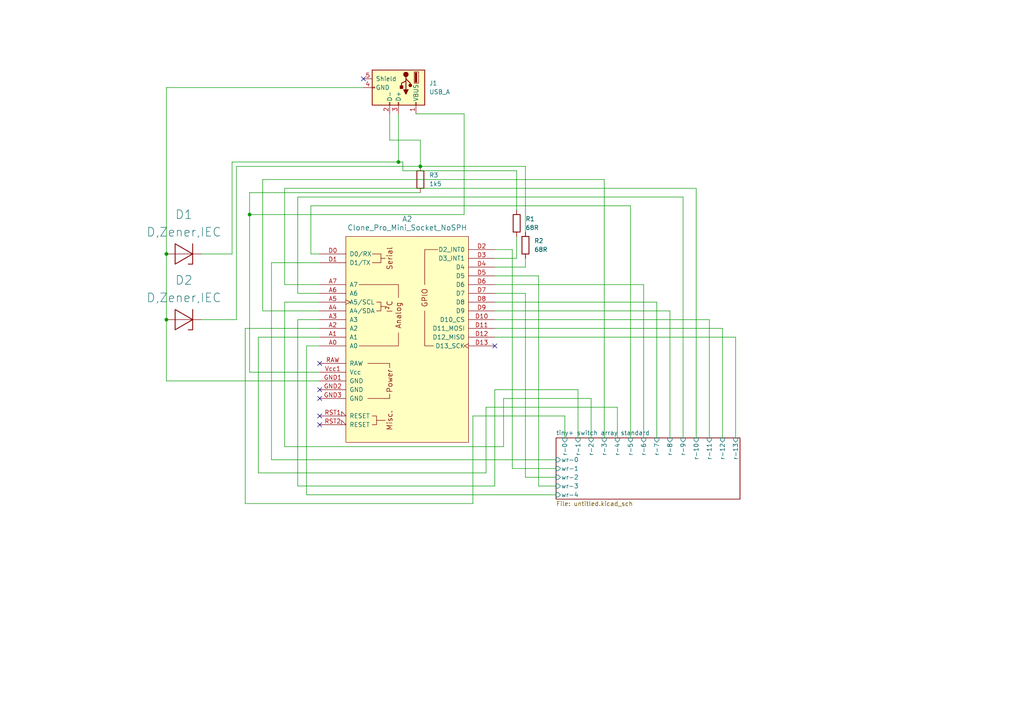
<source format=kicad_sch>
(kicad_sch (version 20250114) (generator "eeschema") (generator_version "9.0")
  (paper "A4")
  (lib_symbols
    (symbol "Connector:USB_A" (pin_names (offset 1.016))
      (property "Reference" "J" (at -5.08 11.43 0))
      (property "Value" "USB_A" (at -5.08 8.89 0))
      (symbol "USB_A_0_1"
        (rectangle (start -5.08 -7.62) (end 5.08 7.62) (stroke (width 0.254)) (fill (type background)))
        (circle (center -3.81 2.159) (radius 0.635) (stroke (width 0.254)) (fill (type outline)))
        (polyline (pts (xy -3.175 2.159) (xy -2.54 2.159) (xy -1.27 3.429) (xy -0.635 3.429)) (stroke (width 0.254)))
        (polyline (pts (xy -2.54 2.159) (xy -1.905 2.159) (xy -1.27 0.889) (xy 0 0.889)) (stroke (width 0.254)))
        (rectangle (start -1.524 4.826) (end -4.318 5.334) (fill (type outline)))
        (rectangle (start -1.27 4.572) (end -4.572 5.842))
        (circle (center -0.635 3.429) (radius 0.381) (stroke (width 0.254)) (fill (type outline)))
        (rectangle (start -0.127 -7.62) (end 0.127 -6.858))
        (rectangle (start 0.254 1.27) (end -0.508 0.508) (stroke (width 0.254)) (fill (type outline)))
        (polyline (pts (xy 0.635 2.794) (xy 0.635 1.524) (xy 1.905 2.159) (xy 0.635 2.794)) (stroke (width 0.254)) (fill (type outline)))
        (rectangle (start 5.08 4.953) (end 4.318 5.207))
        (rectangle (start 5.08 -0.127) (end 4.318 0.127))
        (rectangle (start 5.08 -2.667) (end 4.318 -2.413))
      )
      (symbol "USB_A_1_1"
        (polyline (pts (xy -1.905 2.159) (xy 0.635 2.159)) (stroke (width 0.254)))
        (pin passive line (at -2.54 -10.16 90) (length 2.54) (name "Shield") (number "5"))
        (pin power_in line (at 0 -10.16 90) (length 2.54) (name "GND") (number "4"))
        (pin power_in line (at 7.62 5.08 180) (length 2.54) (name "VBUS") (number "1"))
        (pin bidirectional line (at 7.62 0 180) (length 2.54) (name "D+") (number "3"))
        (pin bidirectional line (at 7.62 -2.54 180) (length 2.54) (name "D-") (number "2"))
      )
    )
    (symbol "Device:R" (pin_numbers (hide yes)) (pin_names (offset 0))
      (property "Reference" "R" (at 2.032 0 90))
      (property "Value" "R" (at 0 0 90))
      (symbol "R_0_1"
        (rectangle (start -1.016 -2.54) (end 1.016 2.54) (stroke (width 0.254)))
      )
      (symbol "R_1_1"
        (pin passive line (at 0 3.81 270) (length 1.27) (name "~") (number "1"))
        (pin passive line (at 0 -3.81 90) (length 1.27) (name "~") (number "2"))
      )
    )
    (symbol "PCM_Generic:D,Zener,IEC" (pin_numbers (hide yes)) (pin_names (offset 0) (hide yes))
      (property "Reference" "D" (at 3.81 2.54 0))
      (property "Value" "${SIM.PARAMS}" (at 3.81 -2.54 0))
      (property "Sim.Params" "D,Zener,IEC" (at 3.81 -2.54 0))
      (symbol "D,Zener,IEC_1_1"
        (polyline (pts (xy -2.9464 -1.27) (xy -2.9464 -2.54) (xy 2.9464 -2.54)) (stroke (width 0.254)))
        (polyline (pts (xy 0 -2.54) (xy 2.9464 2.54) (xy -2.9464 2.54) (xy 0 -2.54)) (stroke (width 0.254)))
        (pin passive line (at 0 5.08 270) (length 5.08) (name "A+") (number "2"))
        (pin passive line (at 0 -5.08 90) (length 5.08) (name "K-") (number "1"))
      )
    )
    (symbol "PCM_arduino-library:Clone_Pro_Mini_Socket_NoSPH" (pin_names (offset 1.016))
      (property "Reference" "A" (at 0 36.83 0))
      (property "Value" "Clone_Pro_Mini_Socket_NoSPH" (at 0 33.02 0))
      (symbol "Clone_Pro_Mini_Socket_NoSPH_0_0"
        (rectangle (start -17.78 30.48) (end 17.78 -29.21) (fill (type background)))
        (polyline (pts (xy -11.43 -16.51) (xy -5.08 -16.51) (xy -5.08 -15.24)))
        (polyline (pts (xy -10.16 25.4) (xy -7.62 25.4) (xy -7.62 22.86) (xy -10.16 22.86)))
        (polyline (pts (xy -8.89 11.43) (xy -7.62 11.43) (xy -7.62 8.89) (xy -8.89 8.89)))
        (polyline (pts (xy -7.62 24.13) (xy -6.35 24.13)))
        (polyline (pts (xy -7.62 10.16) (xy -6.35 10.16)))
        (polyline (pts (xy -6.35 -22.86) (xy -8.89 -22.86)))
        (polyline (pts (xy -5.08 -7.62) (xy -5.08 -6.35) (xy -11.43 -6.35)))
        (polyline (pts (xy -2.54 12.7) (xy -2.54 16.51) (xy -13.97 16.51)))
        (polyline (pts (xy -2.54 2.54) (xy -2.54 -1.27) (xy -13.97 -1.27)))
        (text "Serial" (at -5.08 24.13 900) (effects (font (size 1.524 1.524))))
        (text "I²C" (at -5.08 10.16 900) (effects (font (size 1.524 1.524))))
        (text "Power" (at -5.08 -11.43 900) (effects (font (size 1.524 1.524))))
        (text "Misc." (at -5.08 -22.86 900) (effects (font (size 1.524 1.524))))
        (text "Analog" (at -2.54 7.62 900) (effects (font (size 1.524 1.524))))
      )
      (symbol "Clone_Pro_Mini_Socket_NoSPH_0_1"
        (polyline (pts (xy -10.16 -24.13) (xy -8.89 -24.13) (xy -8.89 -21.59) (xy -10.16 -21.59)))
        (polyline (pts (xy 7.62 -1.27) (xy 5.08 -1.27) (xy 5.08 8.89)))
        (polyline (pts (xy 8.89 26.67) (xy 5.08 26.67) (xy 5.08 16.51)))
      )
      (symbol "Clone_Pro_Mini_Socket_NoSPH_1_0"
        (text "GPIO" (at 5.08 12.7 900) (effects (font (size 1.524 1.524))))
      )
      (symbol "Clone_Pro_Mini_Socket_NoSPH_1_1"
        (pin bidirectional line (at -25.4 25.4 0) (length 7.62) (name "D0/RX") (number "D0"))
        (pin bidirectional line (at -25.4 22.86 0) (length 7.62) (name "D1/TX") (number "D1"))
        (pin input line (at -25.4 16.51 0) (length 7.62) (name "A7") (number "A7"))
        (pin input line (at -25.4 13.97 0) (length 7.62) (name "A6") (number "A6"))
        (pin bidirectional clock (at -25.4 11.43 0) (length 7.62) (name "A5/SCL") (number "A5"))
        (pin bidirectional line (at -25.4 8.89 0) (length 7.62) (name "A4/SDA") (number "A4"))
        (pin bidirectional line (at -25.4 6.35 0) (length 7.62) (name "A3") (number "A3"))
        (pin bidirectional line (at -25.4 3.81 0) (length 7.62) (name "A2") (number "A2"))
        (pin bidirectional line (at -25.4 1.27 0) (length 7.62) (name "A1") (number "A1"))
        (pin bidirectional line (at -25.4 -1.27 0) (length 7.62) (name "A0") (number "A0"))
        (pin power_in line (at -25.4 -6.35 0) (length 7.62) (name "RAW") (number "RAW"))
        (pin power_in line (at -25.4 -8.89 0) (length 7.62) (name "Vcc") (number "Vcc1"))
        (pin power_in line (at -25.4 -11.43 0) (length 7.62) (name "GND") (number "GND1"))
        (pin power_in line (at -25.4 -13.97 0) (length 7.62) (name "GND") (number "GND2"))
        (pin power_in line (at -25.4 -16.51 0) (length 7.62) (name "GND") (number "GND3"))
        (pin open_collector input_low (at -25.4 -21.59 0) (length 7.62) (name "RESET") (number "RST1"))
        (pin open_collector input_low (at -25.4 -24.13 0) (length 7.62) (name "RESET") (number "RST2"))
        (pin bidirectional line (at 25.4 26.67 180) (length 7.62) (name "D2_INT0") (number "D2"))
        (pin bidirectional line (at 25.4 24.13 180) (length 7.62) (name "D3_INT1") (number "D3"))
        (pin bidirectional line (at 25.4 21.59 180) (length 7.62) (name "D4") (number "D4"))
        (pin bidirectional line (at 25.4 19.05 180) (length 7.62) (name "D5") (number "D5"))
        (pin bidirectional line (at 25.4 16.51 180) (length 7.62) (name "D6") (number "D6"))
        (pin bidirectional line (at 25.4 13.97 180) (length 7.62) (name "D7") (number "D7"))
        (pin bidirectional line (at 25.4 11.43 180) (length 7.62) (name "D8") (number "D8"))
        (pin bidirectional line (at 25.4 8.89 180) (length 7.62) (name "D9") (number "D9"))
        (pin bidirectional line (at 25.4 6.35 180) (length 7.62) (name "D10_CS") (number "D10"))
        (pin bidirectional line (at 25.4 3.81 180) (length 7.62) (name "D11_MOSI") (number "D11"))
        (pin bidirectional line (at 25.4 1.27 180) (length 7.62) (name "D12_MISO") (number "D12"))
        (pin bidirectional clock (at 25.4 -1.27 180) (length 7.62) (name "D13_SCK") (number "D13"))
      )
    )
  )
  (junction (at 121.92 48.26))
  (junction (at 48.26 73.66))
  (junction (at 72.39 62.23))
  (junction (at 115.57 46.99))
  (junction (at 48.26 92.71))
  (no_connect (at 143.51 100.33))
  (no_connect (at 92.71 105.41))
  (no_connect (at 92.71 123.19))
  (no_connect (at 92.71 113.03))
  (no_connect (at 92.71 120.65))
  (no_connect (at 105.41 22.86))
  (no_connect (at 92.71 115.57))
  (wire (pts (xy 209.55 95.25) (xy 143.51 95.25)))
  (wire (pts (xy 143.51 97.79) (xy 213.36 97.79)))
  (wire (pts (xy 76.2 52.07) (xy 175.26 52.07)))
  (wire (pts (xy 48.26 110.49) (xy 48.26 92.71)))
  (wire (pts (xy 163.83 120.65) (xy 137.16 120.65)))
  (wire (pts (xy 86.36 85.09) (xy 86.36 57.15)))
  (wire (pts (xy 137.16 146.05) (xy 71.12 146.05)))
  (wire (pts (xy 72.39 107.95) (xy 92.71 107.95)))
  (wire (pts (xy 137.16 120.65) (xy 137.16 146.05)))
  (wire (pts (xy 67.31 73.66) (xy 67.31 46.99)))
  (wire (pts (xy 146.05 115.57) (xy 171.45 115.57)))
  (wire (pts (xy 194.31 90.17) (xy 194.31 127)))
  (wire (pts (xy 163.83 127) (xy 163.83 120.65)))
  (wire (pts (xy 179.07 127) (xy 179.07 118.11)))
  (wire (pts (xy 209.55 127) (xy 209.55 95.25)))
  (wire (pts (xy 152.4 74.93) (xy 152.4 77.47)))
  (wire (pts (xy 82.55 82.55) (xy 92.71 82.55)))
  (wire (pts (xy 76.2 90.17) (xy 92.71 90.17)))
  (wire (pts (xy 182.88 59.69) (xy 182.88 127)))
  (wire (pts (xy 71.12 95.25) (xy 92.71 95.25)))
  (wire (pts (xy 86.36 92.71) (xy 86.36 140.97)))
  (wire (pts (xy 149.86 74.93) (xy 143.51 74.93)))
  (wire (pts (xy 82.55 129.54) (xy 146.05 129.54)))
  (wire (pts (xy 140.97 118.11) (xy 140.97 137.16)))
  (wire (pts (xy 140.97 137.16) (xy 74.93 137.16)))
  (wire (pts (xy 146.05 129.54) (xy 146.05 115.57)))
  (wire (pts (xy 143.51 92.71) (xy 205.74 92.71)))
  (wire (pts (xy 152.4 138.43) (xy 152.4 85.09)))
  (wire (pts (xy 88.9 100.33) (xy 92.71 100.33)))
  (wire (pts (xy 48.26 92.71) (xy 48.26 73.66)))
  (wire (pts (xy 116.84 46.99) (xy 116.84 49.53)))
  (wire (pts (xy 152.4 77.47) (xy 143.51 77.47)))
  (wire (pts (xy 74.93 137.16) (xy 74.93 97.79)))
  (wire (pts (xy 205.74 92.71) (xy 205.74 127)))
  (wire (pts (xy 179.07 118.11) (xy 140.97 118.11)))
  (wire (pts (xy 152.4 85.09) (xy 143.51 85.09)))
  (wire (pts (xy 113.03 33.02) (xy 113.03 40.64)))
  (wire (pts (xy 143.51 87.63) (xy 190.5 87.63)))
  (wire (pts (xy 149.86 68.58) (xy 149.86 74.93)))
  (wire (pts (xy 78.74 133.35) (xy 78.74 76.2)))
  (wire (pts (xy 167.64 113.03) (xy 167.64 127)))
  (wire (pts (xy 92.71 85.09) (xy 86.36 85.09)))
  (wire (pts (xy 72.39 62.23) (xy 72.39 107.95)))
  (wire (pts (xy 134.62 62.23) (xy 72.39 62.23)))
  (wire (pts (xy 148.59 72.39) (xy 143.51 72.39)))
  (wire (pts (xy 92.71 73.66) (xy 90.17 73.66)))
  (wire (pts (xy 82.55 87.63) (xy 82.55 129.54)))
  (wire (pts (xy 72.39 55.88) (xy 72.39 62.23)))
  (wire (pts (xy 175.26 127) (xy 175.26 52.07)))
  (wire (pts (xy 161.29 133.35) (xy 78.74 133.35)))
  (wire (pts (xy 120.65 33.02) (xy 134.62 33.02)))
  (wire (pts (xy 161.29 140.97) (xy 156.21 140.97)))
  (wire (pts (xy 134.62 33.02) (xy 134.62 62.23)))
  (wire (pts (xy 201.93 54.61) (xy 82.55 54.61)))
  (wire (pts (xy 92.71 92.71) (xy 86.36 92.71)))
  (wire (pts (xy 67.31 46.99) (xy 115.57 46.99)))
  (wire (pts (xy 121.92 40.64) (xy 121.92 48.26)))
  (wire (pts (xy 88.9 143.51) (xy 88.9 100.33)))
  (wire (pts (xy 113.03 40.64) (xy 121.92 40.64)))
  (wire (pts (xy 86.36 140.97) (xy 143.51 140.97)))
  (wire (pts (xy 86.36 57.15) (xy 198.12 57.15)))
  (wire (pts (xy 201.93 127) (xy 201.93 54.61)))
  (wire (pts (xy 161.29 135.89) (xy 148.59 135.89)))
  (wire (pts (xy 78.74 76.2) (xy 92.71 76.2)))
  (wire (pts (xy 143.51 113.03) (xy 167.64 113.03)))
  (wire (pts (xy 143.51 140.97) (xy 143.51 113.03)))
  (wire (pts (xy 156.21 80.01) (xy 143.51 80.01)))
  (wire (pts (xy 171.45 115.57) (xy 171.45 127)))
  (wire (pts (xy 82.55 54.61) (xy 82.55 82.55)))
  (wire (pts (xy 115.57 33.02) (xy 115.57 46.99)))
  (wire (pts (xy 121.92 48.26) (xy 68.58 48.26)))
  (wire (pts (xy 161.29 143.51) (xy 88.9 143.51)))
  (wire (pts (xy 198.12 57.15) (xy 198.12 127)))
  (wire (pts (xy 143.51 82.55) (xy 186.69 82.55)))
  (wire (pts (xy 68.58 48.26) (xy 68.58 92.71)))
  (wire (pts (xy 190.5 87.63) (xy 190.5 127)))
  (wire (pts (xy 116.84 49.53) (xy 149.86 49.53)))
  (wire (pts (xy 186.69 82.55) (xy 186.69 127)))
  (wire (pts (xy 115.57 46.99) (xy 116.84 46.99)))
  (wire (pts (xy 92.71 87.63) (xy 82.55 87.63)))
  (wire (pts (xy 149.86 49.53) (xy 149.86 60.96)))
  (wire (pts (xy 148.59 135.89) (xy 148.59 72.39)))
  (wire (pts (xy 76.2 52.07) (xy 76.2 90.17)))
  (wire (pts (xy 143.51 90.17) (xy 194.31 90.17)))
  (wire (pts (xy 71.12 146.05) (xy 71.12 95.25)))
  (wire (pts (xy 68.58 92.71) (xy 58.42 92.71)))
  (wire (pts (xy 74.93 97.79) (xy 92.71 97.79)))
  (wire (pts (xy 90.17 59.69) (xy 182.88 59.69)))
  (wire (pts (xy 121.92 48.26) (xy 152.4 48.26)))
  (wire (pts (xy 156.21 140.97) (xy 156.21 80.01)))
  (wire (pts (xy 213.36 97.79) (xy 213.36 127)))
  (wire (pts (xy 48.26 25.4) (xy 105.41 25.4)))
  (wire (pts (xy 92.71 110.49) (xy 48.26 110.49)))
  (wire (pts (xy 152.4 48.26) (xy 152.4 67.31)))
  (wire (pts (xy 90.17 73.66) (xy 90.17 59.69)))
  (wire (pts (xy 121.92 55.88) (xy 72.39 55.88)))
  (wire (pts (xy 161.29 138.43) (xy 152.4 138.43)))
  (wire (pts (xy 58.42 73.66) (xy 67.31 73.66)))
  (wire (pts (xy 48.26 25.4) (xy 48.26 73.66)))
  (symbol (lib_id "Device:R") (at 152.4 71.12 0) (unit 1)
    (property "Reference" "R2" (at 154.94 69.8499 0) (effects (justify left)))
    (property "Value" "68R" (at 154.94 72.3899 0) (effects (justify left)))
    (property "Footprint" "Diode_THT:D_DO-41_SOD81_P10.16mm_Horizontal" (effects (hide yes)))
    (property "Description" "Resistor" (effects (hide yes)))
  )
  (symbol (lib_id "PCM_arduino-library:Clone_Pro_Mini_Socket_NoSPH") (at 118.11 99.06 0) (unit 1)
    (property "Reference" "A2" (at 118.11 63.5 0) (effects (font (size 1.524 1.524))))
    (property "Value" "Clone_Pro_Mini_Socket_NoSPH" (at 118.11 66.04 0) (effects (font (size 1.524 1.524))))
    (property "Footprint" "PCM_arduino-library:Clone_Pro_Mini_Socket_NoSPH" (effects (hide yes)))
    (property "Datasheet" "https://www.addicore.com/Pro-Mini-p/ad249.htm" (effects (hide yes)))
    (property "Description" "Socket for Common Unofficial Pro Mini Clone (without Programming Header Pins)" (effects (hide yes)))
  )
  (symbol (lib_id "Connector:USB_A") (at 115.57 25.4 270) (unit 1)
    (property "Reference" "J1" (at 124.46 24.1299 90) (effects (justify left)))
    (property "Value" "USB_A" (at 124.46 26.6699 90) (effects (justify left)))
    (property "Footprint" "custom:PinHeader_1x04_P2.00mm_Horizontal" (effects (hide yes)))
    (property "Description" "USB Type A connector" (effects (hide yes)))
  )
  (symbol (lib_id "Device:R") (at 121.92 52.07 0) (unit 1)
    (property "Reference" "R3" (at 124.46 50.7999 0) (effects (justify left)))
    (property "Value" "1k5" (at 124.46 53.3399 0) (effects (justify left)))
    (property "Footprint" "Diode_THT:D_DO-41_SOD81_P10.16mm_Horizontal" (effects (hide yes)))
    (property "Description" "Resistor" (effects (hide yes)))
  )
  (symbol (lib_id "PCM_Generic:D,Zener,IEC") (at 53.34 92.71 90) (unit 1)
    (property "Reference" "D2" (at 53.34 81.28 90) (effects (font (size 2.54 2.54))))
    (property "Value" "${SIM.PARAMS}" (at 53.34 86.36 90) (effects (font (size 2.54 2.54))))
    (property "Footprint" "Diode_THT:D_DO-41_SOD81_P10.16mm_Horizontal" (effects (hide yes)))
    (property "Description" "Zener/avalanche diode; unidirectional breakdown diode; voltage regulator diode (IEC)" (effects (hide yes)))
    (property "Sim.Pins" "2=1 1=2" (effects (hide yes)))
    (property "Sim.Params" "D,Zener,IEC" (effects (hide yes)))
    (property "Sim.Device" "SPICE" (effects (hide yes)))
  )
  (symbol (lib_id "PCM_Generic:D,Zener,IEC") (at 53.34 73.66 90) (unit 1)
    (property "Reference" "D1" (at 53.34 62.23 90) (effects (font (size 2.54 2.54))))
    (property "Value" "${SIM.PARAMS}" (at 53.34 67.31 90) (effects (font (size 2.54 2.54))))
    (property "Footprint" "Diode_THT:D_DO-41_SOD81_P10.16mm_Horizontal" (effects (hide yes)))
    (property "Description" "Zener/avalanche diode; unidirectional breakdown diode; voltage regulator diode (IEC)" (effects (hide yes)))
    (property "Sim.Pins" "2=1 1=2" (effects (hide yes)))
    (property "Sim.Params" "D,Zener,IEC" (effects (hide yes)))
    (property "Sim.Device" "SPICE" (effects (hide yes)))
  )
  (symbol (lib_id "Device:R") (at 149.86 64.77 0) (unit 1)
    (property "Reference" "R1" (at 152.4 63.4999 0) (effects (justify left)))
    (property "Value" "68R" (at 152.4 66.0399 0) (effects (justify left)))
    (property "Footprint" "Diode_THT:D_DO-41_SOD81_P10.16mm_Horizontal" (effects (hide yes)))
    (property "Description" "Resistor" (effects (hide yes)))
  )
  (sheet (at 161.29 127) (size 53.34 17.78) (stroke (width 0.1524))
    (property "Sheetname" "tiny+ switch array standard" (at 161.29 126.2884 0) (effects (justify left bottom)))
    (property "Sheetfile" "untitled.kicad_sch" (at 161.29 145.3646 0) (effects (justify left top)))
    (pin "r-0" input (at 163.83 127 90))
    (pin "r-1" input (at 167.64 127 90))
    (pin "r-2" input (at 171.45 127 90))
    (pin "r-3" input (at 175.26 127 90))
    (pin "r-4" input (at 179.07 127 90))
    (pin "r-5" input (at 182.88 127 90))
    (pin "r-6" input (at 186.69 127 90))
    (pin "r-7" input (at 190.5 127 90))
    (pin "r-8" input (at 194.31 127 90))
    (pin "r-9" input (at 198.12 127 90))
    (pin "r-10" input (at 201.93 127 90))
    (pin "r-11" input (at 205.74 127 90))
    (pin "r-12" input (at 209.55 127 90))
    (pin "r-13" input (at 213.36 127 90))
    (pin "wr-0" input (at 161.29 133.35 180))
    (pin "wr-1" input (at 161.29 135.89 180))
    (pin "wr-2" input (at 161.29 138.43 180))
    (pin "wr-3" input (at 161.29 140.97 180))
    (pin "wr-4" input (at 161.29 143.51 180))
  )
)
</source>
